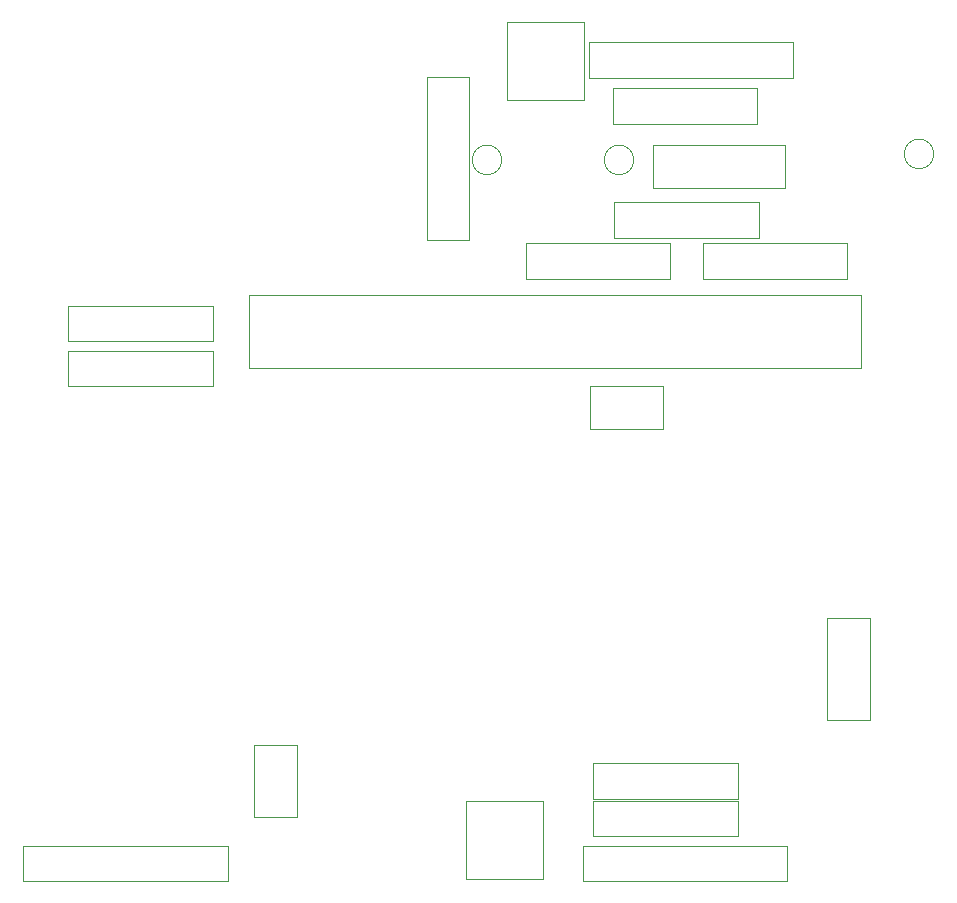
<source format=gbr>
%TF.GenerationSoftware,KiCad,Pcbnew,6.0.9-8da3e8f707~116~ubuntu20.04.1*%
%TF.CreationDate,2022-11-14T15:11:31+01:00*%
%TF.ProjectId,kosmos_V3_PCB,6b6f736d-6f73-45f5-9633-5f5043422e6b,rev?*%
%TF.SameCoordinates,Original*%
%TF.FileFunction,Other,User*%
%FSLAX46Y46*%
G04 Gerber Fmt 4.6, Leading zero omitted, Abs format (unit mm)*
G04 Created by KiCad (PCBNEW 6.0.9-8da3e8f707~116~ubuntu20.04.1) date 2022-11-14 15:11:31*
%MOMM*%
%LPD*%
G01*
G04 APERTURE LIST*
%ADD10C,0.050000*%
G04 APERTURE END LIST*
D10*
%TO.C,REF\u002A\u002A*%
X177018000Y-59944000D02*
G75*
G03*
X177018000Y-59944000I-1250000J0D01*
G01*
%TO.C,SW3*%
X99915000Y-118515000D02*
X99915000Y-121515000D01*
X117255000Y-118515000D02*
X99915000Y-118515000D01*
X117255000Y-121515000D02*
X117255000Y-118515000D01*
X99915000Y-121515000D02*
X117255000Y-121515000D01*
%TO.C,J1*%
X119036190Y-78075000D02*
X170886190Y-78075000D01*
X170886190Y-78075000D02*
X170886190Y-71925000D01*
X119036190Y-71925000D02*
X119036190Y-78075000D01*
X170886190Y-71925000D02*
X119036190Y-71925000D01*
%TO.C,R1*%
X148175000Y-114530000D02*
X160435000Y-114530000D01*
X160435000Y-111530000D02*
X148175000Y-111530000D01*
X160435000Y-114530000D02*
X160435000Y-111530000D01*
X148175000Y-111530000D02*
X148175000Y-114530000D01*
%TO.C,R3*%
X142453810Y-67500000D02*
X142453810Y-70500000D01*
X142453810Y-70500000D02*
X154713810Y-70500000D01*
X154713810Y-67500000D02*
X142453810Y-67500000D01*
X154713810Y-70500000D02*
X154713810Y-67500000D01*
%TO.C,J5*%
X134090000Y-53445000D02*
X134090000Y-67195000D01*
X137690000Y-67195000D02*
X137690000Y-53445000D01*
X137690000Y-53445000D02*
X134090000Y-53445000D01*
X134090000Y-67195000D02*
X137690000Y-67195000D01*
%TO.C,R6*%
X157450000Y-67500000D02*
X157450000Y-70500000D01*
X157450000Y-70500000D02*
X169710000Y-70500000D01*
X169710000Y-70500000D02*
X169710000Y-67500000D01*
X169710000Y-67500000D02*
X157450000Y-67500000D01*
%TO.C,R4*%
X148175000Y-114705000D02*
X148175000Y-117705000D01*
X160435000Y-117705000D02*
X160435000Y-114705000D01*
X160435000Y-114705000D02*
X148175000Y-114705000D01*
X148175000Y-117705000D02*
X160435000Y-117705000D01*
%TO.C,D1*%
X147420000Y-48770000D02*
X140870000Y-48770000D01*
X140870000Y-48770000D02*
X140870000Y-55370000D01*
X140870000Y-55370000D02*
X147420000Y-55370000D01*
X147420000Y-55370000D02*
X147420000Y-48770000D01*
%TO.C,J4*%
X123085000Y-116105000D02*
X123085000Y-109955000D01*
X119485000Y-109955000D02*
X119485000Y-116105000D01*
X119485000Y-116105000D02*
X123085000Y-116105000D01*
X123085000Y-109955000D02*
X119485000Y-109955000D01*
%TO.C,R8*%
X103725000Y-76605000D02*
X103725000Y-79605000D01*
X115985000Y-79605000D02*
X115985000Y-76605000D01*
X103725000Y-79605000D02*
X115985000Y-79605000D01*
X115985000Y-76605000D02*
X103725000Y-76605000D01*
%TO.C,D2*%
X137411190Y-114700000D02*
X137411190Y-121300000D01*
X143961190Y-114700000D02*
X137411190Y-114700000D01*
X137411190Y-121300000D02*
X143961190Y-121300000D01*
X143961190Y-121300000D02*
X143961190Y-114700000D01*
%TO.C,REF\u002A\u002A*%
X140442000Y-60452000D02*
G75*
G03*
X140442000Y-60452000I-1250000J0D01*
G01*
%TO.C,J6*%
X171600000Y-99200000D02*
X168000000Y-99200000D01*
X168000000Y-99200000D02*
X168000000Y-107850000D01*
X171600000Y-107850000D02*
X171600000Y-99200000D01*
X168000000Y-107850000D02*
X171600000Y-107850000D01*
%TO.C,R7*%
X115985000Y-75795000D02*
X115985000Y-72795000D01*
X103725000Y-75795000D02*
X115985000Y-75795000D01*
X103725000Y-72795000D02*
X103725000Y-75795000D01*
X115985000Y-72795000D02*
X103725000Y-72795000D01*
%TO.C,J3*%
X153245000Y-62825000D02*
X164445000Y-62825000D01*
X164445000Y-62825000D02*
X164445000Y-59225000D01*
X153245000Y-59225000D02*
X153245000Y-62825000D01*
X164445000Y-59225000D02*
X153245000Y-59225000D01*
%TO.C,J2*%
X154075000Y-79625000D02*
X147925000Y-79625000D01*
X147925000Y-83225000D02*
X154075000Y-83225000D01*
X147925000Y-79625000D02*
X147925000Y-83225000D01*
X154075000Y-83225000D02*
X154075000Y-79625000D01*
%TO.C,SW1*%
X165134000Y-53500000D02*
X165134000Y-50500000D01*
X165134000Y-50500000D02*
X147794000Y-50500000D01*
X147794000Y-50500000D02*
X147794000Y-53500000D01*
X147794000Y-53500000D02*
X165134000Y-53500000D01*
%TO.C,R5*%
X162205000Y-67032000D02*
X162205000Y-64032000D01*
X149945000Y-67032000D02*
X162205000Y-67032000D01*
X149945000Y-64032000D02*
X149945000Y-67032000D01*
X162205000Y-64032000D02*
X149945000Y-64032000D01*
%TO.C,SW2*%
X147291190Y-121500000D02*
X164631190Y-121500000D01*
X164631190Y-118500000D02*
X147291190Y-118500000D01*
X147291190Y-118500000D02*
X147291190Y-121500000D01*
X164631190Y-121500000D02*
X164631190Y-118500000D01*
%TO.C,R2*%
X149826000Y-57380000D02*
X162086000Y-57380000D01*
X162086000Y-57380000D02*
X162086000Y-54380000D01*
X149826000Y-54380000D02*
X149826000Y-57380000D01*
X162086000Y-54380000D02*
X149826000Y-54380000D01*
%TO.C,REF\u002A\u002A*%
X151618000Y-60452000D02*
G75*
G03*
X151618000Y-60452000I-1250000J0D01*
G01*
%TD*%
M02*

</source>
